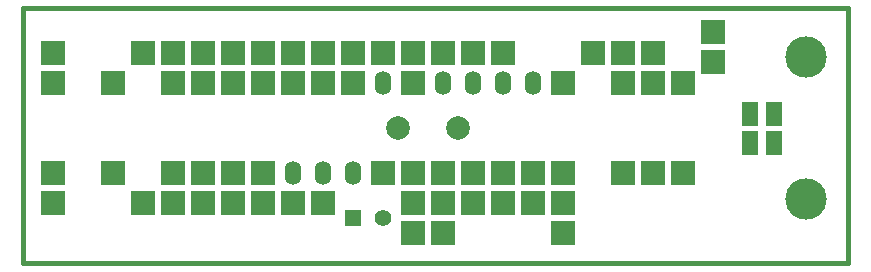
<source format=gtl>
G04 (created by PCBNEW (2012-09-11 BZR 3714)-testing) date mer. 12 sept. 2012 09:40:05 CEST*
%MOIN*%
G04 Gerber Fmt 3.4, Leading zero omitted, Abs format*
%FSLAX34Y34*%
G01*
G70*
G90*
G04 APERTURE LIST*
%ADD10C,0.006*%
%ADD11C,0.015*%
%ADD12R,0.08X0.08*%
%ADD13C,0.0787*%
%ADD14O,0.055X0.08*%
%ADD15C,0.1378*%
%ADD16R,0.055X0.055*%
%ADD17C,0.055*%
G04 APERTURE END LIST*
G54D10*
G54D11*
X74000Y-41500D02*
X74000Y-50000D01*
X46500Y-41500D02*
X74000Y-41500D01*
X46500Y-50000D02*
X46500Y-41500D01*
X74000Y-50000D02*
X46500Y-50000D01*
G54D12*
X69500Y-43300D03*
X69500Y-42300D03*
G54D13*
X59000Y-45500D03*
X61000Y-45500D03*
G54D12*
X59500Y-43000D03*
X60500Y-43000D03*
X64500Y-48000D03*
X64500Y-49000D03*
X60500Y-48000D03*
X60500Y-49000D03*
X59500Y-48000D03*
X59500Y-49000D03*
X49500Y-47000D03*
X47500Y-47000D03*
X49500Y-44000D03*
X47500Y-44000D03*
X52500Y-47000D03*
X53500Y-47000D03*
X54500Y-47000D03*
G54D14*
X55500Y-47000D03*
X56500Y-47000D03*
X57500Y-47000D03*
G54D12*
X58500Y-47000D03*
X59500Y-47000D03*
X60500Y-47000D03*
X61500Y-47000D03*
X62500Y-47000D03*
X63500Y-47000D03*
X64500Y-47000D03*
X51500Y-47000D03*
X64500Y-44000D03*
G54D14*
X63500Y-44000D03*
X62500Y-44000D03*
X61500Y-44000D03*
X60500Y-44000D03*
G54D12*
X59500Y-44000D03*
G54D14*
X58500Y-44000D03*
G54D12*
X57500Y-44000D03*
X56500Y-44000D03*
X55500Y-44000D03*
X54500Y-44000D03*
X53500Y-44000D03*
X52500Y-44000D03*
X51500Y-44000D03*
G54D10*
G36*
X71803Y-45590D02*
X71803Y-46390D01*
X71257Y-46390D01*
X71257Y-45590D01*
X71803Y-45590D01*
X71803Y-45590D01*
G37*
G36*
X71803Y-44610D02*
X71803Y-45410D01*
X71257Y-45410D01*
X71257Y-44610D01*
X71803Y-44610D01*
X71803Y-44610D01*
G37*
G36*
X71013Y-44610D02*
X71013Y-45410D01*
X70467Y-45410D01*
X70467Y-44610D01*
X71013Y-44610D01*
X71013Y-44610D01*
G37*
G36*
X71013Y-45590D02*
X71013Y-46390D01*
X70467Y-46390D01*
X70467Y-45590D01*
X71013Y-45590D01*
X71013Y-45590D01*
G37*
G54D15*
X72600Y-47870D03*
X72600Y-43130D03*
G54D12*
X66500Y-47000D03*
X66500Y-44000D03*
X63500Y-48000D03*
X62500Y-48000D03*
X61500Y-48000D03*
X65500Y-43000D03*
X66500Y-43000D03*
X67500Y-43000D03*
X51500Y-43000D03*
X52500Y-43000D03*
X53500Y-43000D03*
X54500Y-43000D03*
X55500Y-43000D03*
X56500Y-43000D03*
X57500Y-43000D03*
X58500Y-43000D03*
X61500Y-43000D03*
X62500Y-43000D03*
X68500Y-44000D03*
X68500Y-47000D03*
X67500Y-44000D03*
X67500Y-47000D03*
X50500Y-43000D03*
X47500Y-43000D03*
X50500Y-48000D03*
X47500Y-48000D03*
X56500Y-48000D03*
X55500Y-48000D03*
X54500Y-48000D03*
X53500Y-48000D03*
X52500Y-48000D03*
X51500Y-48000D03*
G54D16*
X57500Y-48500D03*
G54D17*
X58500Y-48500D03*
M02*

</source>
